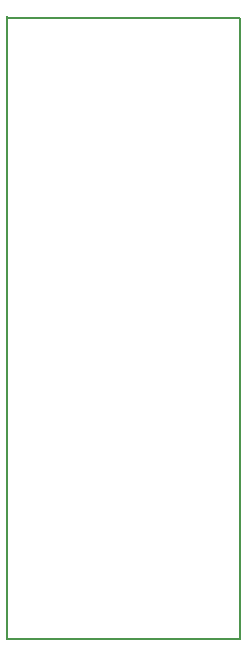
<source format=gbr>
G04 #@! TF.GenerationSoftware,KiCad,Pcbnew,5.0.0*
G04 #@! TF.CreationDate,2018-07-30T20:07:16-05:00*
G04 #@! TF.ProjectId,CardedgeBreakout,4361726465646765427265616B6F7574,rev?*
G04 #@! TF.SameCoordinates,Original*
G04 #@! TF.FileFunction,Profile,NP*
%FSLAX46Y46*%
G04 Gerber Fmt 4.6, Leading zero omitted, Abs format (unit mm)*
G04 Created by KiCad (PCBNEW 5.0.0) date Mon Jul 30 20:07:16 2018*
%MOMM*%
%LPD*%
G01*
G04 APERTURE LIST*
%ADD10C,0.150000*%
G04 APERTURE END LIST*
D10*
X213944200Y-158115000D02*
X213944200Y-105537000D01*
X194183000Y-158115000D02*
X213944200Y-158115000D01*
X213944200Y-105537000D02*
X194183000Y-105537000D01*
X194183000Y-105537000D02*
X194183000Y-105435400D01*
X194183000Y-158115000D02*
X194183000Y-105537000D01*
M02*

</source>
